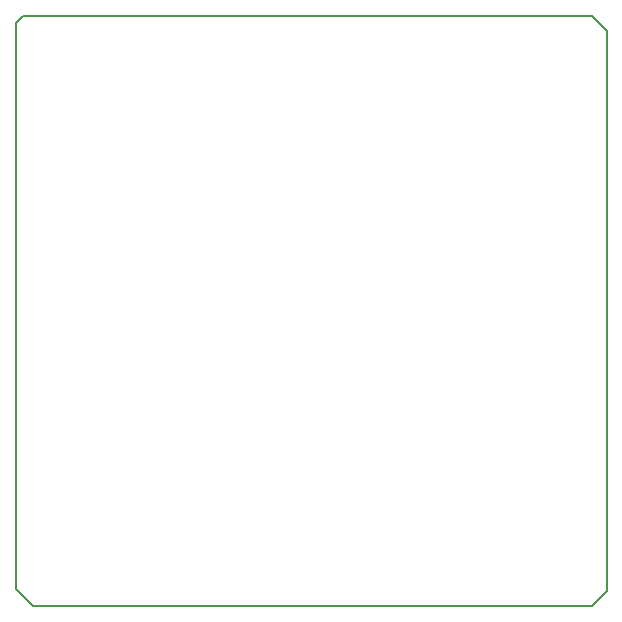
<source format=gbr>
G04 (created by PCBNEW (2013-07-07 BZR 4022)-stable) date 23/05/2015 13:05:33*
%MOIN*%
G04 Gerber Fmt 3.4, Leading zero omitted, Abs format*
%FSLAX34Y34*%
G01*
G70*
G90*
G04 APERTURE LIST*
%ADD10C,0.00590551*%
G04 APERTURE END LIST*
G54D10*
X45140Y-28140D02*
X45380Y-27900D01*
X63700Y-27900D02*
X45380Y-27900D01*
X45140Y-46950D02*
X45140Y-28145D01*
X45140Y-47000D02*
X45140Y-46950D01*
X45730Y-47590D02*
X45140Y-47000D01*
X64030Y-47590D02*
X45730Y-47590D01*
X64335Y-27900D02*
X63705Y-27900D01*
X64835Y-28400D02*
X64335Y-27900D01*
X64835Y-47070D02*
X64835Y-28400D01*
X64830Y-47110D02*
X64830Y-47070D01*
X64350Y-47590D02*
X64830Y-47110D01*
X64030Y-47590D02*
X64350Y-47590D01*
M02*

</source>
